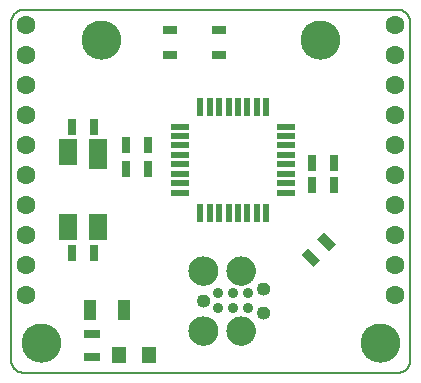
<source format=gts>
G75*
%MOIN*%
%OFA0B0*%
%FSLAX25Y25*%
%IPPOS*%
%LPD*%
%AMOC8*
5,1,8,0,0,1.08239X$1,22.5*
%
%ADD10C,0.00800*%
%ADD11C,0.00000*%
%ADD12C,0.12998*%
%ADD13R,0.03156X0.05518*%
%ADD14R,0.03943X0.06699*%
%ADD15R,0.04534X0.02959*%
%ADD16C,0.03500*%
%ADD17C,0.04300*%
%ADD18C,0.09750*%
%ADD19R,0.05912X0.01975*%
%ADD20R,0.01975X0.05912*%
%ADD21R,0.05912X0.09061*%
%ADD22R,0.05912X0.09849*%
%ADD23C,0.06306*%
%ADD24R,0.04731X0.05321*%
%ADD25R,0.05518X0.03156*%
D10*
X0003750Y0005623D02*
X0003750Y0118377D01*
X0003752Y0118504D01*
X0003758Y0118631D01*
X0003768Y0118757D01*
X0003781Y0118884D01*
X0003799Y0119009D01*
X0003820Y0119135D01*
X0003845Y0119259D01*
X0003875Y0119383D01*
X0003907Y0119505D01*
X0003944Y0119627D01*
X0003984Y0119747D01*
X0004028Y0119866D01*
X0004076Y0119984D01*
X0004127Y0120100D01*
X0004182Y0120215D01*
X0004241Y0120328D01*
X0004302Y0120439D01*
X0004368Y0120547D01*
X0004436Y0120654D01*
X0004508Y0120759D01*
X0004583Y0120862D01*
X0004661Y0120962D01*
X0004742Y0121059D01*
X0004826Y0121155D01*
X0004913Y0121247D01*
X0005003Y0121337D01*
X0005095Y0121424D01*
X0005191Y0121508D01*
X0005288Y0121589D01*
X0005388Y0121667D01*
X0005491Y0121742D01*
X0005596Y0121814D01*
X0005703Y0121882D01*
X0005812Y0121948D01*
X0005922Y0122009D01*
X0006035Y0122068D01*
X0006150Y0122123D01*
X0006266Y0122174D01*
X0006384Y0122222D01*
X0006503Y0122266D01*
X0006623Y0122306D01*
X0006745Y0122343D01*
X0006867Y0122375D01*
X0006991Y0122405D01*
X0007115Y0122430D01*
X0007241Y0122451D01*
X0007366Y0122469D01*
X0007493Y0122482D01*
X0007619Y0122492D01*
X0007746Y0122498D01*
X0007873Y0122500D01*
X0132627Y0122500D01*
X0132754Y0122498D01*
X0132881Y0122492D01*
X0133007Y0122482D01*
X0133134Y0122469D01*
X0133259Y0122451D01*
X0133385Y0122430D01*
X0133509Y0122405D01*
X0133633Y0122375D01*
X0133755Y0122343D01*
X0133877Y0122306D01*
X0133997Y0122266D01*
X0134116Y0122222D01*
X0134234Y0122174D01*
X0134350Y0122123D01*
X0134465Y0122068D01*
X0134578Y0122009D01*
X0134689Y0121948D01*
X0134797Y0121882D01*
X0134904Y0121814D01*
X0135009Y0121742D01*
X0135112Y0121667D01*
X0135212Y0121589D01*
X0135309Y0121508D01*
X0135405Y0121424D01*
X0135497Y0121337D01*
X0135587Y0121247D01*
X0135674Y0121155D01*
X0135758Y0121059D01*
X0135839Y0120962D01*
X0135917Y0120862D01*
X0135992Y0120759D01*
X0136064Y0120654D01*
X0136132Y0120547D01*
X0136198Y0120439D01*
X0136259Y0120328D01*
X0136318Y0120215D01*
X0136373Y0120100D01*
X0136424Y0119984D01*
X0136472Y0119866D01*
X0136516Y0119747D01*
X0136556Y0119627D01*
X0136593Y0119505D01*
X0136625Y0119383D01*
X0136655Y0119259D01*
X0136680Y0119135D01*
X0136701Y0119009D01*
X0136719Y0118884D01*
X0136732Y0118757D01*
X0136742Y0118631D01*
X0136748Y0118504D01*
X0136750Y0118377D01*
X0136750Y0005623D01*
X0136748Y0005496D01*
X0136742Y0005369D01*
X0136732Y0005243D01*
X0136719Y0005116D01*
X0136701Y0004991D01*
X0136680Y0004865D01*
X0136655Y0004741D01*
X0136625Y0004617D01*
X0136593Y0004495D01*
X0136556Y0004373D01*
X0136516Y0004253D01*
X0136472Y0004134D01*
X0136424Y0004016D01*
X0136373Y0003900D01*
X0136318Y0003785D01*
X0136259Y0003672D01*
X0136198Y0003561D01*
X0136132Y0003453D01*
X0136064Y0003346D01*
X0135992Y0003241D01*
X0135917Y0003138D01*
X0135839Y0003038D01*
X0135758Y0002941D01*
X0135674Y0002845D01*
X0135587Y0002753D01*
X0135497Y0002663D01*
X0135405Y0002576D01*
X0135309Y0002492D01*
X0135212Y0002411D01*
X0135112Y0002333D01*
X0135009Y0002258D01*
X0134904Y0002186D01*
X0134797Y0002118D01*
X0134689Y0002052D01*
X0134578Y0001991D01*
X0134465Y0001932D01*
X0134350Y0001877D01*
X0134234Y0001826D01*
X0134116Y0001778D01*
X0133997Y0001734D01*
X0133877Y0001694D01*
X0133755Y0001657D01*
X0133633Y0001625D01*
X0133509Y0001595D01*
X0133385Y0001570D01*
X0133259Y0001549D01*
X0133134Y0001531D01*
X0133007Y0001518D01*
X0132881Y0001508D01*
X0132754Y0001502D01*
X0132627Y0001500D01*
X0007873Y0001500D01*
X0007746Y0001502D01*
X0007619Y0001508D01*
X0007493Y0001518D01*
X0007366Y0001531D01*
X0007241Y0001549D01*
X0007115Y0001570D01*
X0006991Y0001595D01*
X0006867Y0001625D01*
X0006745Y0001657D01*
X0006623Y0001694D01*
X0006503Y0001734D01*
X0006384Y0001778D01*
X0006266Y0001826D01*
X0006150Y0001877D01*
X0006035Y0001932D01*
X0005922Y0001991D01*
X0005811Y0002052D01*
X0005703Y0002118D01*
X0005596Y0002186D01*
X0005491Y0002258D01*
X0005388Y0002333D01*
X0005288Y0002411D01*
X0005191Y0002492D01*
X0005095Y0002576D01*
X0005003Y0002663D01*
X0004913Y0002753D01*
X0004826Y0002845D01*
X0004742Y0002941D01*
X0004661Y0003038D01*
X0004583Y0003138D01*
X0004508Y0003241D01*
X0004436Y0003346D01*
X0004368Y0003453D01*
X0004302Y0003562D01*
X0004241Y0003672D01*
X0004182Y0003785D01*
X0004127Y0003900D01*
X0004076Y0004016D01*
X0004028Y0004134D01*
X0003984Y0004253D01*
X0003944Y0004373D01*
X0003907Y0004495D01*
X0003875Y0004617D01*
X0003845Y0004741D01*
X0003820Y0004865D01*
X0003799Y0004991D01*
X0003781Y0005116D01*
X0003768Y0005243D01*
X0003758Y0005369D01*
X0003752Y0005496D01*
X0003750Y0005623D01*
D11*
X0007451Y0011500D02*
X0007453Y0011658D01*
X0007459Y0011816D01*
X0007469Y0011974D01*
X0007483Y0012132D01*
X0007501Y0012289D01*
X0007522Y0012446D01*
X0007548Y0012602D01*
X0007578Y0012758D01*
X0007611Y0012913D01*
X0007649Y0013066D01*
X0007690Y0013219D01*
X0007735Y0013371D01*
X0007784Y0013522D01*
X0007837Y0013671D01*
X0007893Y0013819D01*
X0007953Y0013965D01*
X0008017Y0014110D01*
X0008085Y0014253D01*
X0008156Y0014395D01*
X0008230Y0014535D01*
X0008308Y0014672D01*
X0008390Y0014808D01*
X0008474Y0014942D01*
X0008563Y0015073D01*
X0008654Y0015202D01*
X0008749Y0015329D01*
X0008846Y0015454D01*
X0008947Y0015576D01*
X0009051Y0015695D01*
X0009158Y0015812D01*
X0009268Y0015926D01*
X0009381Y0016037D01*
X0009496Y0016146D01*
X0009614Y0016251D01*
X0009735Y0016353D01*
X0009858Y0016453D01*
X0009984Y0016549D01*
X0010112Y0016642D01*
X0010242Y0016732D01*
X0010375Y0016818D01*
X0010510Y0016902D01*
X0010646Y0016981D01*
X0010785Y0017058D01*
X0010926Y0017130D01*
X0011068Y0017200D01*
X0011212Y0017265D01*
X0011358Y0017327D01*
X0011505Y0017385D01*
X0011654Y0017440D01*
X0011804Y0017491D01*
X0011955Y0017538D01*
X0012107Y0017581D01*
X0012260Y0017620D01*
X0012415Y0017656D01*
X0012570Y0017687D01*
X0012726Y0017715D01*
X0012882Y0017739D01*
X0013039Y0017759D01*
X0013197Y0017775D01*
X0013354Y0017787D01*
X0013513Y0017795D01*
X0013671Y0017799D01*
X0013829Y0017799D01*
X0013987Y0017795D01*
X0014146Y0017787D01*
X0014303Y0017775D01*
X0014461Y0017759D01*
X0014618Y0017739D01*
X0014774Y0017715D01*
X0014930Y0017687D01*
X0015085Y0017656D01*
X0015240Y0017620D01*
X0015393Y0017581D01*
X0015545Y0017538D01*
X0015696Y0017491D01*
X0015846Y0017440D01*
X0015995Y0017385D01*
X0016142Y0017327D01*
X0016288Y0017265D01*
X0016432Y0017200D01*
X0016574Y0017130D01*
X0016715Y0017058D01*
X0016854Y0016981D01*
X0016990Y0016902D01*
X0017125Y0016818D01*
X0017258Y0016732D01*
X0017388Y0016642D01*
X0017516Y0016549D01*
X0017642Y0016453D01*
X0017765Y0016353D01*
X0017886Y0016251D01*
X0018004Y0016146D01*
X0018119Y0016037D01*
X0018232Y0015926D01*
X0018342Y0015812D01*
X0018449Y0015695D01*
X0018553Y0015576D01*
X0018654Y0015454D01*
X0018751Y0015329D01*
X0018846Y0015202D01*
X0018937Y0015073D01*
X0019026Y0014942D01*
X0019110Y0014808D01*
X0019192Y0014672D01*
X0019270Y0014535D01*
X0019344Y0014395D01*
X0019415Y0014253D01*
X0019483Y0014110D01*
X0019547Y0013965D01*
X0019607Y0013819D01*
X0019663Y0013671D01*
X0019716Y0013522D01*
X0019765Y0013371D01*
X0019810Y0013219D01*
X0019851Y0013066D01*
X0019889Y0012913D01*
X0019922Y0012758D01*
X0019952Y0012602D01*
X0019978Y0012446D01*
X0019999Y0012289D01*
X0020017Y0012132D01*
X0020031Y0011974D01*
X0020041Y0011816D01*
X0020047Y0011658D01*
X0020049Y0011500D01*
X0020047Y0011342D01*
X0020041Y0011184D01*
X0020031Y0011026D01*
X0020017Y0010868D01*
X0019999Y0010711D01*
X0019978Y0010554D01*
X0019952Y0010398D01*
X0019922Y0010242D01*
X0019889Y0010087D01*
X0019851Y0009934D01*
X0019810Y0009781D01*
X0019765Y0009629D01*
X0019716Y0009478D01*
X0019663Y0009329D01*
X0019607Y0009181D01*
X0019547Y0009035D01*
X0019483Y0008890D01*
X0019415Y0008747D01*
X0019344Y0008605D01*
X0019270Y0008465D01*
X0019192Y0008328D01*
X0019110Y0008192D01*
X0019026Y0008058D01*
X0018937Y0007927D01*
X0018846Y0007798D01*
X0018751Y0007671D01*
X0018654Y0007546D01*
X0018553Y0007424D01*
X0018449Y0007305D01*
X0018342Y0007188D01*
X0018232Y0007074D01*
X0018119Y0006963D01*
X0018004Y0006854D01*
X0017886Y0006749D01*
X0017765Y0006647D01*
X0017642Y0006547D01*
X0017516Y0006451D01*
X0017388Y0006358D01*
X0017258Y0006268D01*
X0017125Y0006182D01*
X0016990Y0006098D01*
X0016854Y0006019D01*
X0016715Y0005942D01*
X0016574Y0005870D01*
X0016432Y0005800D01*
X0016288Y0005735D01*
X0016142Y0005673D01*
X0015995Y0005615D01*
X0015846Y0005560D01*
X0015696Y0005509D01*
X0015545Y0005462D01*
X0015393Y0005419D01*
X0015240Y0005380D01*
X0015085Y0005344D01*
X0014930Y0005313D01*
X0014774Y0005285D01*
X0014618Y0005261D01*
X0014461Y0005241D01*
X0014303Y0005225D01*
X0014146Y0005213D01*
X0013987Y0005205D01*
X0013829Y0005201D01*
X0013671Y0005201D01*
X0013513Y0005205D01*
X0013354Y0005213D01*
X0013197Y0005225D01*
X0013039Y0005241D01*
X0012882Y0005261D01*
X0012726Y0005285D01*
X0012570Y0005313D01*
X0012415Y0005344D01*
X0012260Y0005380D01*
X0012107Y0005419D01*
X0011955Y0005462D01*
X0011804Y0005509D01*
X0011654Y0005560D01*
X0011505Y0005615D01*
X0011358Y0005673D01*
X0011212Y0005735D01*
X0011068Y0005800D01*
X0010926Y0005870D01*
X0010785Y0005942D01*
X0010646Y0006019D01*
X0010510Y0006098D01*
X0010375Y0006182D01*
X0010242Y0006268D01*
X0010112Y0006358D01*
X0009984Y0006451D01*
X0009858Y0006547D01*
X0009735Y0006647D01*
X0009614Y0006749D01*
X0009496Y0006854D01*
X0009381Y0006963D01*
X0009268Y0007074D01*
X0009158Y0007188D01*
X0009051Y0007305D01*
X0008947Y0007424D01*
X0008846Y0007546D01*
X0008749Y0007671D01*
X0008654Y0007798D01*
X0008563Y0007927D01*
X0008474Y0008058D01*
X0008390Y0008192D01*
X0008308Y0008328D01*
X0008230Y0008465D01*
X0008156Y0008605D01*
X0008085Y0008747D01*
X0008017Y0008890D01*
X0007953Y0009035D01*
X0007893Y0009181D01*
X0007837Y0009329D01*
X0007784Y0009478D01*
X0007735Y0009629D01*
X0007690Y0009781D01*
X0007649Y0009934D01*
X0007611Y0010087D01*
X0007578Y0010242D01*
X0007548Y0010398D01*
X0007522Y0010554D01*
X0007501Y0010711D01*
X0007483Y0010868D01*
X0007469Y0011026D01*
X0007459Y0011184D01*
X0007453Y0011342D01*
X0007451Y0011500D01*
X0063075Y0015500D02*
X0063077Y0015637D01*
X0063083Y0015773D01*
X0063093Y0015909D01*
X0063107Y0016045D01*
X0063125Y0016181D01*
X0063147Y0016316D01*
X0063172Y0016450D01*
X0063202Y0016583D01*
X0063236Y0016715D01*
X0063273Y0016847D01*
X0063314Y0016977D01*
X0063360Y0017106D01*
X0063408Y0017234D01*
X0063461Y0017360D01*
X0063517Y0017484D01*
X0063577Y0017607D01*
X0063640Y0017728D01*
X0063707Y0017847D01*
X0063777Y0017964D01*
X0063851Y0018080D01*
X0063928Y0018192D01*
X0064008Y0018303D01*
X0064092Y0018411D01*
X0064179Y0018517D01*
X0064268Y0018620D01*
X0064361Y0018720D01*
X0064456Y0018818D01*
X0064555Y0018913D01*
X0064656Y0019005D01*
X0064760Y0019093D01*
X0064866Y0019179D01*
X0064975Y0019262D01*
X0065086Y0019341D01*
X0065199Y0019418D01*
X0065315Y0019491D01*
X0065432Y0019560D01*
X0065552Y0019626D01*
X0065673Y0019688D01*
X0065797Y0019747D01*
X0065922Y0019803D01*
X0066048Y0019854D01*
X0066176Y0019902D01*
X0066305Y0019946D01*
X0066436Y0019987D01*
X0066568Y0020023D01*
X0066700Y0020056D01*
X0066834Y0020084D01*
X0066968Y0020109D01*
X0067103Y0020130D01*
X0067239Y0020147D01*
X0067375Y0020160D01*
X0067511Y0020169D01*
X0067648Y0020174D01*
X0067784Y0020175D01*
X0067921Y0020172D01*
X0068057Y0020165D01*
X0068193Y0020154D01*
X0068329Y0020139D01*
X0068464Y0020120D01*
X0068599Y0020097D01*
X0068733Y0020070D01*
X0068866Y0020040D01*
X0068998Y0020005D01*
X0069130Y0019967D01*
X0069259Y0019925D01*
X0069388Y0019879D01*
X0069515Y0019829D01*
X0069641Y0019775D01*
X0069765Y0019718D01*
X0069888Y0019658D01*
X0070008Y0019593D01*
X0070127Y0019526D01*
X0070243Y0019455D01*
X0070358Y0019380D01*
X0070470Y0019302D01*
X0070580Y0019221D01*
X0070688Y0019137D01*
X0070793Y0019049D01*
X0070895Y0018959D01*
X0070995Y0018866D01*
X0071092Y0018769D01*
X0071186Y0018670D01*
X0071277Y0018569D01*
X0071365Y0018464D01*
X0071450Y0018357D01*
X0071532Y0018248D01*
X0071611Y0018136D01*
X0071686Y0018022D01*
X0071758Y0017906D01*
X0071827Y0017788D01*
X0071892Y0017668D01*
X0071954Y0017546D01*
X0072012Y0017422D01*
X0072066Y0017297D01*
X0072117Y0017170D01*
X0072163Y0017042D01*
X0072207Y0016912D01*
X0072246Y0016781D01*
X0072282Y0016649D01*
X0072313Y0016516D01*
X0072341Y0016383D01*
X0072365Y0016248D01*
X0072385Y0016113D01*
X0072401Y0015977D01*
X0072413Y0015841D01*
X0072421Y0015705D01*
X0072425Y0015568D01*
X0072425Y0015432D01*
X0072421Y0015295D01*
X0072413Y0015159D01*
X0072401Y0015023D01*
X0072385Y0014887D01*
X0072365Y0014752D01*
X0072341Y0014617D01*
X0072313Y0014484D01*
X0072282Y0014351D01*
X0072246Y0014219D01*
X0072207Y0014088D01*
X0072163Y0013958D01*
X0072117Y0013830D01*
X0072066Y0013703D01*
X0072012Y0013578D01*
X0071954Y0013454D01*
X0071892Y0013332D01*
X0071827Y0013212D01*
X0071758Y0013094D01*
X0071686Y0012978D01*
X0071611Y0012864D01*
X0071532Y0012752D01*
X0071450Y0012643D01*
X0071365Y0012536D01*
X0071277Y0012431D01*
X0071186Y0012330D01*
X0071092Y0012231D01*
X0070995Y0012134D01*
X0070895Y0012041D01*
X0070793Y0011951D01*
X0070688Y0011863D01*
X0070580Y0011779D01*
X0070470Y0011698D01*
X0070358Y0011620D01*
X0070243Y0011545D01*
X0070127Y0011474D01*
X0070008Y0011407D01*
X0069888Y0011342D01*
X0069765Y0011282D01*
X0069641Y0011225D01*
X0069515Y0011171D01*
X0069388Y0011121D01*
X0069259Y0011075D01*
X0069130Y0011033D01*
X0068998Y0010995D01*
X0068866Y0010960D01*
X0068733Y0010930D01*
X0068599Y0010903D01*
X0068464Y0010880D01*
X0068329Y0010861D01*
X0068193Y0010846D01*
X0068057Y0010835D01*
X0067921Y0010828D01*
X0067784Y0010825D01*
X0067648Y0010826D01*
X0067511Y0010831D01*
X0067375Y0010840D01*
X0067239Y0010853D01*
X0067103Y0010870D01*
X0066968Y0010891D01*
X0066834Y0010916D01*
X0066700Y0010944D01*
X0066568Y0010977D01*
X0066436Y0011013D01*
X0066305Y0011054D01*
X0066176Y0011098D01*
X0066048Y0011146D01*
X0065922Y0011197D01*
X0065797Y0011253D01*
X0065673Y0011312D01*
X0065552Y0011374D01*
X0065432Y0011440D01*
X0065315Y0011509D01*
X0065199Y0011582D01*
X0065086Y0011659D01*
X0064975Y0011738D01*
X0064866Y0011821D01*
X0064760Y0011907D01*
X0064656Y0011995D01*
X0064555Y0012087D01*
X0064456Y0012182D01*
X0064361Y0012280D01*
X0064268Y0012380D01*
X0064179Y0012483D01*
X0064092Y0012589D01*
X0064008Y0012697D01*
X0063928Y0012808D01*
X0063851Y0012920D01*
X0063777Y0013036D01*
X0063707Y0013153D01*
X0063640Y0013272D01*
X0063577Y0013393D01*
X0063517Y0013516D01*
X0063461Y0013640D01*
X0063408Y0013766D01*
X0063360Y0013894D01*
X0063314Y0014023D01*
X0063273Y0014153D01*
X0063236Y0014285D01*
X0063202Y0014417D01*
X0063172Y0014550D01*
X0063147Y0014684D01*
X0063125Y0014819D01*
X0063107Y0014955D01*
X0063093Y0015091D01*
X0063083Y0015227D01*
X0063077Y0015363D01*
X0063075Y0015500D01*
X0065800Y0025500D02*
X0065802Y0025588D01*
X0065808Y0025676D01*
X0065818Y0025764D01*
X0065832Y0025851D01*
X0065850Y0025937D01*
X0065871Y0026022D01*
X0065897Y0026107D01*
X0065926Y0026190D01*
X0065959Y0026272D01*
X0065996Y0026352D01*
X0066036Y0026430D01*
X0066080Y0026507D01*
X0066127Y0026581D01*
X0066178Y0026653D01*
X0066231Y0026723D01*
X0066288Y0026791D01*
X0066348Y0026855D01*
X0066411Y0026917D01*
X0066476Y0026976D01*
X0066544Y0027032D01*
X0066615Y0027085D01*
X0066687Y0027135D01*
X0066762Y0027181D01*
X0066839Y0027224D01*
X0066918Y0027264D01*
X0066999Y0027299D01*
X0067081Y0027332D01*
X0067164Y0027360D01*
X0067249Y0027385D01*
X0067335Y0027405D01*
X0067421Y0027422D01*
X0067508Y0027435D01*
X0067596Y0027444D01*
X0067684Y0027449D01*
X0067772Y0027450D01*
X0067860Y0027447D01*
X0067948Y0027440D01*
X0068035Y0027429D01*
X0068122Y0027414D01*
X0068208Y0027395D01*
X0068294Y0027373D01*
X0068378Y0027346D01*
X0068460Y0027316D01*
X0068542Y0027282D01*
X0068622Y0027244D01*
X0068699Y0027203D01*
X0068775Y0027159D01*
X0068849Y0027111D01*
X0068921Y0027059D01*
X0068990Y0027005D01*
X0069057Y0026947D01*
X0069121Y0026887D01*
X0069182Y0026823D01*
X0069241Y0026757D01*
X0069296Y0026689D01*
X0069348Y0026617D01*
X0069397Y0026544D01*
X0069442Y0026469D01*
X0069484Y0026391D01*
X0069523Y0026312D01*
X0069558Y0026231D01*
X0069589Y0026148D01*
X0069616Y0026065D01*
X0069640Y0025980D01*
X0069660Y0025894D01*
X0069676Y0025807D01*
X0069688Y0025720D01*
X0069696Y0025632D01*
X0069700Y0025544D01*
X0069700Y0025456D01*
X0069696Y0025368D01*
X0069688Y0025280D01*
X0069676Y0025193D01*
X0069660Y0025106D01*
X0069640Y0025020D01*
X0069616Y0024935D01*
X0069589Y0024852D01*
X0069558Y0024769D01*
X0069523Y0024688D01*
X0069484Y0024609D01*
X0069442Y0024531D01*
X0069397Y0024456D01*
X0069348Y0024383D01*
X0069296Y0024311D01*
X0069241Y0024243D01*
X0069182Y0024177D01*
X0069121Y0024113D01*
X0069057Y0024053D01*
X0068990Y0023995D01*
X0068921Y0023941D01*
X0068849Y0023889D01*
X0068775Y0023841D01*
X0068699Y0023797D01*
X0068622Y0023756D01*
X0068542Y0023718D01*
X0068460Y0023684D01*
X0068378Y0023654D01*
X0068294Y0023627D01*
X0068208Y0023605D01*
X0068122Y0023586D01*
X0068035Y0023571D01*
X0067948Y0023560D01*
X0067860Y0023553D01*
X0067772Y0023550D01*
X0067684Y0023551D01*
X0067596Y0023556D01*
X0067508Y0023565D01*
X0067421Y0023578D01*
X0067335Y0023595D01*
X0067249Y0023615D01*
X0067164Y0023640D01*
X0067081Y0023668D01*
X0066999Y0023701D01*
X0066918Y0023736D01*
X0066839Y0023776D01*
X0066762Y0023819D01*
X0066687Y0023865D01*
X0066615Y0023915D01*
X0066544Y0023968D01*
X0066476Y0024024D01*
X0066411Y0024083D01*
X0066348Y0024145D01*
X0066288Y0024209D01*
X0066231Y0024277D01*
X0066178Y0024347D01*
X0066127Y0024419D01*
X0066080Y0024493D01*
X0066036Y0024570D01*
X0065996Y0024648D01*
X0065959Y0024728D01*
X0065926Y0024810D01*
X0065897Y0024893D01*
X0065871Y0024978D01*
X0065850Y0025063D01*
X0065832Y0025149D01*
X0065818Y0025236D01*
X0065808Y0025324D01*
X0065802Y0025412D01*
X0065800Y0025500D01*
X0063075Y0035500D02*
X0063077Y0035637D01*
X0063083Y0035773D01*
X0063093Y0035909D01*
X0063107Y0036045D01*
X0063125Y0036181D01*
X0063147Y0036316D01*
X0063172Y0036450D01*
X0063202Y0036583D01*
X0063236Y0036715D01*
X0063273Y0036847D01*
X0063314Y0036977D01*
X0063360Y0037106D01*
X0063408Y0037234D01*
X0063461Y0037360D01*
X0063517Y0037484D01*
X0063577Y0037607D01*
X0063640Y0037728D01*
X0063707Y0037847D01*
X0063777Y0037964D01*
X0063851Y0038080D01*
X0063928Y0038192D01*
X0064008Y0038303D01*
X0064092Y0038411D01*
X0064179Y0038517D01*
X0064268Y0038620D01*
X0064361Y0038720D01*
X0064456Y0038818D01*
X0064555Y0038913D01*
X0064656Y0039005D01*
X0064760Y0039093D01*
X0064866Y0039179D01*
X0064975Y0039262D01*
X0065086Y0039341D01*
X0065199Y0039418D01*
X0065315Y0039491D01*
X0065432Y0039560D01*
X0065552Y0039626D01*
X0065673Y0039688D01*
X0065797Y0039747D01*
X0065922Y0039803D01*
X0066048Y0039854D01*
X0066176Y0039902D01*
X0066305Y0039946D01*
X0066436Y0039987D01*
X0066568Y0040023D01*
X0066700Y0040056D01*
X0066834Y0040084D01*
X0066968Y0040109D01*
X0067103Y0040130D01*
X0067239Y0040147D01*
X0067375Y0040160D01*
X0067511Y0040169D01*
X0067648Y0040174D01*
X0067784Y0040175D01*
X0067921Y0040172D01*
X0068057Y0040165D01*
X0068193Y0040154D01*
X0068329Y0040139D01*
X0068464Y0040120D01*
X0068599Y0040097D01*
X0068733Y0040070D01*
X0068866Y0040040D01*
X0068998Y0040005D01*
X0069130Y0039967D01*
X0069259Y0039925D01*
X0069388Y0039879D01*
X0069515Y0039829D01*
X0069641Y0039775D01*
X0069765Y0039718D01*
X0069888Y0039658D01*
X0070008Y0039593D01*
X0070127Y0039526D01*
X0070243Y0039455D01*
X0070358Y0039380D01*
X0070470Y0039302D01*
X0070580Y0039221D01*
X0070688Y0039137D01*
X0070793Y0039049D01*
X0070895Y0038959D01*
X0070995Y0038866D01*
X0071092Y0038769D01*
X0071186Y0038670D01*
X0071277Y0038569D01*
X0071365Y0038464D01*
X0071450Y0038357D01*
X0071532Y0038248D01*
X0071611Y0038136D01*
X0071686Y0038022D01*
X0071758Y0037906D01*
X0071827Y0037788D01*
X0071892Y0037668D01*
X0071954Y0037546D01*
X0072012Y0037422D01*
X0072066Y0037297D01*
X0072117Y0037170D01*
X0072163Y0037042D01*
X0072207Y0036912D01*
X0072246Y0036781D01*
X0072282Y0036649D01*
X0072313Y0036516D01*
X0072341Y0036383D01*
X0072365Y0036248D01*
X0072385Y0036113D01*
X0072401Y0035977D01*
X0072413Y0035841D01*
X0072421Y0035705D01*
X0072425Y0035568D01*
X0072425Y0035432D01*
X0072421Y0035295D01*
X0072413Y0035159D01*
X0072401Y0035023D01*
X0072385Y0034887D01*
X0072365Y0034752D01*
X0072341Y0034617D01*
X0072313Y0034484D01*
X0072282Y0034351D01*
X0072246Y0034219D01*
X0072207Y0034088D01*
X0072163Y0033958D01*
X0072117Y0033830D01*
X0072066Y0033703D01*
X0072012Y0033578D01*
X0071954Y0033454D01*
X0071892Y0033332D01*
X0071827Y0033212D01*
X0071758Y0033094D01*
X0071686Y0032978D01*
X0071611Y0032864D01*
X0071532Y0032752D01*
X0071450Y0032643D01*
X0071365Y0032536D01*
X0071277Y0032431D01*
X0071186Y0032330D01*
X0071092Y0032231D01*
X0070995Y0032134D01*
X0070895Y0032041D01*
X0070793Y0031951D01*
X0070688Y0031863D01*
X0070580Y0031779D01*
X0070470Y0031698D01*
X0070358Y0031620D01*
X0070243Y0031545D01*
X0070127Y0031474D01*
X0070008Y0031407D01*
X0069888Y0031342D01*
X0069765Y0031282D01*
X0069641Y0031225D01*
X0069515Y0031171D01*
X0069388Y0031121D01*
X0069259Y0031075D01*
X0069130Y0031033D01*
X0068998Y0030995D01*
X0068866Y0030960D01*
X0068733Y0030930D01*
X0068599Y0030903D01*
X0068464Y0030880D01*
X0068329Y0030861D01*
X0068193Y0030846D01*
X0068057Y0030835D01*
X0067921Y0030828D01*
X0067784Y0030825D01*
X0067648Y0030826D01*
X0067511Y0030831D01*
X0067375Y0030840D01*
X0067239Y0030853D01*
X0067103Y0030870D01*
X0066968Y0030891D01*
X0066834Y0030916D01*
X0066700Y0030944D01*
X0066568Y0030977D01*
X0066436Y0031013D01*
X0066305Y0031054D01*
X0066176Y0031098D01*
X0066048Y0031146D01*
X0065922Y0031197D01*
X0065797Y0031253D01*
X0065673Y0031312D01*
X0065552Y0031374D01*
X0065432Y0031440D01*
X0065315Y0031509D01*
X0065199Y0031582D01*
X0065086Y0031659D01*
X0064975Y0031738D01*
X0064866Y0031821D01*
X0064760Y0031907D01*
X0064656Y0031995D01*
X0064555Y0032087D01*
X0064456Y0032182D01*
X0064361Y0032280D01*
X0064268Y0032380D01*
X0064179Y0032483D01*
X0064092Y0032589D01*
X0064008Y0032697D01*
X0063928Y0032808D01*
X0063851Y0032920D01*
X0063777Y0033036D01*
X0063707Y0033153D01*
X0063640Y0033272D01*
X0063577Y0033393D01*
X0063517Y0033516D01*
X0063461Y0033640D01*
X0063408Y0033766D01*
X0063360Y0033894D01*
X0063314Y0034023D01*
X0063273Y0034153D01*
X0063236Y0034285D01*
X0063202Y0034417D01*
X0063172Y0034550D01*
X0063147Y0034684D01*
X0063125Y0034819D01*
X0063107Y0034955D01*
X0063093Y0035091D01*
X0063083Y0035227D01*
X0063077Y0035363D01*
X0063075Y0035500D01*
X0075575Y0035500D02*
X0075577Y0035637D01*
X0075583Y0035773D01*
X0075593Y0035909D01*
X0075607Y0036045D01*
X0075625Y0036181D01*
X0075647Y0036316D01*
X0075672Y0036450D01*
X0075702Y0036583D01*
X0075736Y0036715D01*
X0075773Y0036847D01*
X0075814Y0036977D01*
X0075860Y0037106D01*
X0075908Y0037234D01*
X0075961Y0037360D01*
X0076017Y0037484D01*
X0076077Y0037607D01*
X0076140Y0037728D01*
X0076207Y0037847D01*
X0076277Y0037964D01*
X0076351Y0038080D01*
X0076428Y0038192D01*
X0076508Y0038303D01*
X0076592Y0038411D01*
X0076679Y0038517D01*
X0076768Y0038620D01*
X0076861Y0038720D01*
X0076956Y0038818D01*
X0077055Y0038913D01*
X0077156Y0039005D01*
X0077260Y0039093D01*
X0077366Y0039179D01*
X0077475Y0039262D01*
X0077586Y0039341D01*
X0077699Y0039418D01*
X0077815Y0039491D01*
X0077932Y0039560D01*
X0078052Y0039626D01*
X0078173Y0039688D01*
X0078297Y0039747D01*
X0078422Y0039803D01*
X0078548Y0039854D01*
X0078676Y0039902D01*
X0078805Y0039946D01*
X0078936Y0039987D01*
X0079068Y0040023D01*
X0079200Y0040056D01*
X0079334Y0040084D01*
X0079468Y0040109D01*
X0079603Y0040130D01*
X0079739Y0040147D01*
X0079875Y0040160D01*
X0080011Y0040169D01*
X0080148Y0040174D01*
X0080284Y0040175D01*
X0080421Y0040172D01*
X0080557Y0040165D01*
X0080693Y0040154D01*
X0080829Y0040139D01*
X0080964Y0040120D01*
X0081099Y0040097D01*
X0081233Y0040070D01*
X0081366Y0040040D01*
X0081498Y0040005D01*
X0081630Y0039967D01*
X0081759Y0039925D01*
X0081888Y0039879D01*
X0082015Y0039829D01*
X0082141Y0039775D01*
X0082265Y0039718D01*
X0082388Y0039658D01*
X0082508Y0039593D01*
X0082627Y0039526D01*
X0082743Y0039455D01*
X0082858Y0039380D01*
X0082970Y0039302D01*
X0083080Y0039221D01*
X0083188Y0039137D01*
X0083293Y0039049D01*
X0083395Y0038959D01*
X0083495Y0038866D01*
X0083592Y0038769D01*
X0083686Y0038670D01*
X0083777Y0038569D01*
X0083865Y0038464D01*
X0083950Y0038357D01*
X0084032Y0038248D01*
X0084111Y0038136D01*
X0084186Y0038022D01*
X0084258Y0037906D01*
X0084327Y0037788D01*
X0084392Y0037668D01*
X0084454Y0037546D01*
X0084512Y0037422D01*
X0084566Y0037297D01*
X0084617Y0037170D01*
X0084663Y0037042D01*
X0084707Y0036912D01*
X0084746Y0036781D01*
X0084782Y0036649D01*
X0084813Y0036516D01*
X0084841Y0036383D01*
X0084865Y0036248D01*
X0084885Y0036113D01*
X0084901Y0035977D01*
X0084913Y0035841D01*
X0084921Y0035705D01*
X0084925Y0035568D01*
X0084925Y0035432D01*
X0084921Y0035295D01*
X0084913Y0035159D01*
X0084901Y0035023D01*
X0084885Y0034887D01*
X0084865Y0034752D01*
X0084841Y0034617D01*
X0084813Y0034484D01*
X0084782Y0034351D01*
X0084746Y0034219D01*
X0084707Y0034088D01*
X0084663Y0033958D01*
X0084617Y0033830D01*
X0084566Y0033703D01*
X0084512Y0033578D01*
X0084454Y0033454D01*
X0084392Y0033332D01*
X0084327Y0033212D01*
X0084258Y0033094D01*
X0084186Y0032978D01*
X0084111Y0032864D01*
X0084032Y0032752D01*
X0083950Y0032643D01*
X0083865Y0032536D01*
X0083777Y0032431D01*
X0083686Y0032330D01*
X0083592Y0032231D01*
X0083495Y0032134D01*
X0083395Y0032041D01*
X0083293Y0031951D01*
X0083188Y0031863D01*
X0083080Y0031779D01*
X0082970Y0031698D01*
X0082858Y0031620D01*
X0082743Y0031545D01*
X0082627Y0031474D01*
X0082508Y0031407D01*
X0082388Y0031342D01*
X0082265Y0031282D01*
X0082141Y0031225D01*
X0082015Y0031171D01*
X0081888Y0031121D01*
X0081759Y0031075D01*
X0081630Y0031033D01*
X0081498Y0030995D01*
X0081366Y0030960D01*
X0081233Y0030930D01*
X0081099Y0030903D01*
X0080964Y0030880D01*
X0080829Y0030861D01*
X0080693Y0030846D01*
X0080557Y0030835D01*
X0080421Y0030828D01*
X0080284Y0030825D01*
X0080148Y0030826D01*
X0080011Y0030831D01*
X0079875Y0030840D01*
X0079739Y0030853D01*
X0079603Y0030870D01*
X0079468Y0030891D01*
X0079334Y0030916D01*
X0079200Y0030944D01*
X0079068Y0030977D01*
X0078936Y0031013D01*
X0078805Y0031054D01*
X0078676Y0031098D01*
X0078548Y0031146D01*
X0078422Y0031197D01*
X0078297Y0031253D01*
X0078173Y0031312D01*
X0078052Y0031374D01*
X0077932Y0031440D01*
X0077815Y0031509D01*
X0077699Y0031582D01*
X0077586Y0031659D01*
X0077475Y0031738D01*
X0077366Y0031821D01*
X0077260Y0031907D01*
X0077156Y0031995D01*
X0077055Y0032087D01*
X0076956Y0032182D01*
X0076861Y0032280D01*
X0076768Y0032380D01*
X0076679Y0032483D01*
X0076592Y0032589D01*
X0076508Y0032697D01*
X0076428Y0032808D01*
X0076351Y0032920D01*
X0076277Y0033036D01*
X0076207Y0033153D01*
X0076140Y0033272D01*
X0076077Y0033393D01*
X0076017Y0033516D01*
X0075961Y0033640D01*
X0075908Y0033766D01*
X0075860Y0033894D01*
X0075814Y0034023D01*
X0075773Y0034153D01*
X0075736Y0034285D01*
X0075702Y0034417D01*
X0075672Y0034550D01*
X0075647Y0034684D01*
X0075625Y0034819D01*
X0075607Y0034955D01*
X0075593Y0035091D01*
X0075583Y0035227D01*
X0075577Y0035363D01*
X0075575Y0035500D01*
X0085800Y0029500D02*
X0085802Y0029588D01*
X0085808Y0029676D01*
X0085818Y0029764D01*
X0085832Y0029851D01*
X0085850Y0029937D01*
X0085871Y0030022D01*
X0085897Y0030107D01*
X0085926Y0030190D01*
X0085959Y0030272D01*
X0085996Y0030352D01*
X0086036Y0030430D01*
X0086080Y0030507D01*
X0086127Y0030581D01*
X0086178Y0030653D01*
X0086231Y0030723D01*
X0086288Y0030791D01*
X0086348Y0030855D01*
X0086411Y0030917D01*
X0086476Y0030976D01*
X0086544Y0031032D01*
X0086615Y0031085D01*
X0086687Y0031135D01*
X0086762Y0031181D01*
X0086839Y0031224D01*
X0086918Y0031264D01*
X0086999Y0031299D01*
X0087081Y0031332D01*
X0087164Y0031360D01*
X0087249Y0031385D01*
X0087335Y0031405D01*
X0087421Y0031422D01*
X0087508Y0031435D01*
X0087596Y0031444D01*
X0087684Y0031449D01*
X0087772Y0031450D01*
X0087860Y0031447D01*
X0087948Y0031440D01*
X0088035Y0031429D01*
X0088122Y0031414D01*
X0088208Y0031395D01*
X0088294Y0031373D01*
X0088378Y0031346D01*
X0088460Y0031316D01*
X0088542Y0031282D01*
X0088622Y0031244D01*
X0088699Y0031203D01*
X0088775Y0031159D01*
X0088849Y0031111D01*
X0088921Y0031059D01*
X0088990Y0031005D01*
X0089057Y0030947D01*
X0089121Y0030887D01*
X0089182Y0030823D01*
X0089241Y0030757D01*
X0089296Y0030689D01*
X0089348Y0030617D01*
X0089397Y0030544D01*
X0089442Y0030469D01*
X0089484Y0030391D01*
X0089523Y0030312D01*
X0089558Y0030231D01*
X0089589Y0030148D01*
X0089616Y0030065D01*
X0089640Y0029980D01*
X0089660Y0029894D01*
X0089676Y0029807D01*
X0089688Y0029720D01*
X0089696Y0029632D01*
X0089700Y0029544D01*
X0089700Y0029456D01*
X0089696Y0029368D01*
X0089688Y0029280D01*
X0089676Y0029193D01*
X0089660Y0029106D01*
X0089640Y0029020D01*
X0089616Y0028935D01*
X0089589Y0028852D01*
X0089558Y0028769D01*
X0089523Y0028688D01*
X0089484Y0028609D01*
X0089442Y0028531D01*
X0089397Y0028456D01*
X0089348Y0028383D01*
X0089296Y0028311D01*
X0089241Y0028243D01*
X0089182Y0028177D01*
X0089121Y0028113D01*
X0089057Y0028053D01*
X0088990Y0027995D01*
X0088921Y0027941D01*
X0088849Y0027889D01*
X0088775Y0027841D01*
X0088699Y0027797D01*
X0088622Y0027756D01*
X0088542Y0027718D01*
X0088460Y0027684D01*
X0088378Y0027654D01*
X0088294Y0027627D01*
X0088208Y0027605D01*
X0088122Y0027586D01*
X0088035Y0027571D01*
X0087948Y0027560D01*
X0087860Y0027553D01*
X0087772Y0027550D01*
X0087684Y0027551D01*
X0087596Y0027556D01*
X0087508Y0027565D01*
X0087421Y0027578D01*
X0087335Y0027595D01*
X0087249Y0027615D01*
X0087164Y0027640D01*
X0087081Y0027668D01*
X0086999Y0027701D01*
X0086918Y0027736D01*
X0086839Y0027776D01*
X0086762Y0027819D01*
X0086687Y0027865D01*
X0086615Y0027915D01*
X0086544Y0027968D01*
X0086476Y0028024D01*
X0086411Y0028083D01*
X0086348Y0028145D01*
X0086288Y0028209D01*
X0086231Y0028277D01*
X0086178Y0028347D01*
X0086127Y0028419D01*
X0086080Y0028493D01*
X0086036Y0028570D01*
X0085996Y0028648D01*
X0085959Y0028728D01*
X0085926Y0028810D01*
X0085897Y0028893D01*
X0085871Y0028978D01*
X0085850Y0029063D01*
X0085832Y0029149D01*
X0085818Y0029236D01*
X0085808Y0029324D01*
X0085802Y0029412D01*
X0085800Y0029500D01*
X0085800Y0021500D02*
X0085802Y0021588D01*
X0085808Y0021676D01*
X0085818Y0021764D01*
X0085832Y0021851D01*
X0085850Y0021937D01*
X0085871Y0022022D01*
X0085897Y0022107D01*
X0085926Y0022190D01*
X0085959Y0022272D01*
X0085996Y0022352D01*
X0086036Y0022430D01*
X0086080Y0022507D01*
X0086127Y0022581D01*
X0086178Y0022653D01*
X0086231Y0022723D01*
X0086288Y0022791D01*
X0086348Y0022855D01*
X0086411Y0022917D01*
X0086476Y0022976D01*
X0086544Y0023032D01*
X0086615Y0023085D01*
X0086687Y0023135D01*
X0086762Y0023181D01*
X0086839Y0023224D01*
X0086918Y0023264D01*
X0086999Y0023299D01*
X0087081Y0023332D01*
X0087164Y0023360D01*
X0087249Y0023385D01*
X0087335Y0023405D01*
X0087421Y0023422D01*
X0087508Y0023435D01*
X0087596Y0023444D01*
X0087684Y0023449D01*
X0087772Y0023450D01*
X0087860Y0023447D01*
X0087948Y0023440D01*
X0088035Y0023429D01*
X0088122Y0023414D01*
X0088208Y0023395D01*
X0088294Y0023373D01*
X0088378Y0023346D01*
X0088460Y0023316D01*
X0088542Y0023282D01*
X0088622Y0023244D01*
X0088699Y0023203D01*
X0088775Y0023159D01*
X0088849Y0023111D01*
X0088921Y0023059D01*
X0088990Y0023005D01*
X0089057Y0022947D01*
X0089121Y0022887D01*
X0089182Y0022823D01*
X0089241Y0022757D01*
X0089296Y0022689D01*
X0089348Y0022617D01*
X0089397Y0022544D01*
X0089442Y0022469D01*
X0089484Y0022391D01*
X0089523Y0022312D01*
X0089558Y0022231D01*
X0089589Y0022148D01*
X0089616Y0022065D01*
X0089640Y0021980D01*
X0089660Y0021894D01*
X0089676Y0021807D01*
X0089688Y0021720D01*
X0089696Y0021632D01*
X0089700Y0021544D01*
X0089700Y0021456D01*
X0089696Y0021368D01*
X0089688Y0021280D01*
X0089676Y0021193D01*
X0089660Y0021106D01*
X0089640Y0021020D01*
X0089616Y0020935D01*
X0089589Y0020852D01*
X0089558Y0020769D01*
X0089523Y0020688D01*
X0089484Y0020609D01*
X0089442Y0020531D01*
X0089397Y0020456D01*
X0089348Y0020383D01*
X0089296Y0020311D01*
X0089241Y0020243D01*
X0089182Y0020177D01*
X0089121Y0020113D01*
X0089057Y0020053D01*
X0088990Y0019995D01*
X0088921Y0019941D01*
X0088849Y0019889D01*
X0088775Y0019841D01*
X0088699Y0019797D01*
X0088622Y0019756D01*
X0088542Y0019718D01*
X0088460Y0019684D01*
X0088378Y0019654D01*
X0088294Y0019627D01*
X0088208Y0019605D01*
X0088122Y0019586D01*
X0088035Y0019571D01*
X0087948Y0019560D01*
X0087860Y0019553D01*
X0087772Y0019550D01*
X0087684Y0019551D01*
X0087596Y0019556D01*
X0087508Y0019565D01*
X0087421Y0019578D01*
X0087335Y0019595D01*
X0087249Y0019615D01*
X0087164Y0019640D01*
X0087081Y0019668D01*
X0086999Y0019701D01*
X0086918Y0019736D01*
X0086839Y0019776D01*
X0086762Y0019819D01*
X0086687Y0019865D01*
X0086615Y0019915D01*
X0086544Y0019968D01*
X0086476Y0020024D01*
X0086411Y0020083D01*
X0086348Y0020145D01*
X0086288Y0020209D01*
X0086231Y0020277D01*
X0086178Y0020347D01*
X0086127Y0020419D01*
X0086080Y0020493D01*
X0086036Y0020570D01*
X0085996Y0020648D01*
X0085959Y0020728D01*
X0085926Y0020810D01*
X0085897Y0020893D01*
X0085871Y0020978D01*
X0085850Y0021063D01*
X0085832Y0021149D01*
X0085818Y0021236D01*
X0085808Y0021324D01*
X0085802Y0021412D01*
X0085800Y0021500D01*
X0075575Y0015500D02*
X0075577Y0015637D01*
X0075583Y0015773D01*
X0075593Y0015909D01*
X0075607Y0016045D01*
X0075625Y0016181D01*
X0075647Y0016316D01*
X0075672Y0016450D01*
X0075702Y0016583D01*
X0075736Y0016715D01*
X0075773Y0016847D01*
X0075814Y0016977D01*
X0075860Y0017106D01*
X0075908Y0017234D01*
X0075961Y0017360D01*
X0076017Y0017484D01*
X0076077Y0017607D01*
X0076140Y0017728D01*
X0076207Y0017847D01*
X0076277Y0017964D01*
X0076351Y0018080D01*
X0076428Y0018192D01*
X0076508Y0018303D01*
X0076592Y0018411D01*
X0076679Y0018517D01*
X0076768Y0018620D01*
X0076861Y0018720D01*
X0076956Y0018818D01*
X0077055Y0018913D01*
X0077156Y0019005D01*
X0077260Y0019093D01*
X0077366Y0019179D01*
X0077475Y0019262D01*
X0077586Y0019341D01*
X0077699Y0019418D01*
X0077815Y0019491D01*
X0077932Y0019560D01*
X0078052Y0019626D01*
X0078173Y0019688D01*
X0078297Y0019747D01*
X0078422Y0019803D01*
X0078548Y0019854D01*
X0078676Y0019902D01*
X0078805Y0019946D01*
X0078936Y0019987D01*
X0079068Y0020023D01*
X0079200Y0020056D01*
X0079334Y0020084D01*
X0079468Y0020109D01*
X0079603Y0020130D01*
X0079739Y0020147D01*
X0079875Y0020160D01*
X0080011Y0020169D01*
X0080148Y0020174D01*
X0080284Y0020175D01*
X0080421Y0020172D01*
X0080557Y0020165D01*
X0080693Y0020154D01*
X0080829Y0020139D01*
X0080964Y0020120D01*
X0081099Y0020097D01*
X0081233Y0020070D01*
X0081366Y0020040D01*
X0081498Y0020005D01*
X0081630Y0019967D01*
X0081759Y0019925D01*
X0081888Y0019879D01*
X0082015Y0019829D01*
X0082141Y0019775D01*
X0082265Y0019718D01*
X0082388Y0019658D01*
X0082508Y0019593D01*
X0082627Y0019526D01*
X0082743Y0019455D01*
X0082858Y0019380D01*
X0082970Y0019302D01*
X0083080Y0019221D01*
X0083188Y0019137D01*
X0083293Y0019049D01*
X0083395Y0018959D01*
X0083495Y0018866D01*
X0083592Y0018769D01*
X0083686Y0018670D01*
X0083777Y0018569D01*
X0083865Y0018464D01*
X0083950Y0018357D01*
X0084032Y0018248D01*
X0084111Y0018136D01*
X0084186Y0018022D01*
X0084258Y0017906D01*
X0084327Y0017788D01*
X0084392Y0017668D01*
X0084454Y0017546D01*
X0084512Y0017422D01*
X0084566Y0017297D01*
X0084617Y0017170D01*
X0084663Y0017042D01*
X0084707Y0016912D01*
X0084746Y0016781D01*
X0084782Y0016649D01*
X0084813Y0016516D01*
X0084841Y0016383D01*
X0084865Y0016248D01*
X0084885Y0016113D01*
X0084901Y0015977D01*
X0084913Y0015841D01*
X0084921Y0015705D01*
X0084925Y0015568D01*
X0084925Y0015432D01*
X0084921Y0015295D01*
X0084913Y0015159D01*
X0084901Y0015023D01*
X0084885Y0014887D01*
X0084865Y0014752D01*
X0084841Y0014617D01*
X0084813Y0014484D01*
X0084782Y0014351D01*
X0084746Y0014219D01*
X0084707Y0014088D01*
X0084663Y0013958D01*
X0084617Y0013830D01*
X0084566Y0013703D01*
X0084512Y0013578D01*
X0084454Y0013454D01*
X0084392Y0013332D01*
X0084327Y0013212D01*
X0084258Y0013094D01*
X0084186Y0012978D01*
X0084111Y0012864D01*
X0084032Y0012752D01*
X0083950Y0012643D01*
X0083865Y0012536D01*
X0083777Y0012431D01*
X0083686Y0012330D01*
X0083592Y0012231D01*
X0083495Y0012134D01*
X0083395Y0012041D01*
X0083293Y0011951D01*
X0083188Y0011863D01*
X0083080Y0011779D01*
X0082970Y0011698D01*
X0082858Y0011620D01*
X0082743Y0011545D01*
X0082627Y0011474D01*
X0082508Y0011407D01*
X0082388Y0011342D01*
X0082265Y0011282D01*
X0082141Y0011225D01*
X0082015Y0011171D01*
X0081888Y0011121D01*
X0081759Y0011075D01*
X0081630Y0011033D01*
X0081498Y0010995D01*
X0081366Y0010960D01*
X0081233Y0010930D01*
X0081099Y0010903D01*
X0080964Y0010880D01*
X0080829Y0010861D01*
X0080693Y0010846D01*
X0080557Y0010835D01*
X0080421Y0010828D01*
X0080284Y0010825D01*
X0080148Y0010826D01*
X0080011Y0010831D01*
X0079875Y0010840D01*
X0079739Y0010853D01*
X0079603Y0010870D01*
X0079468Y0010891D01*
X0079334Y0010916D01*
X0079200Y0010944D01*
X0079068Y0010977D01*
X0078936Y0011013D01*
X0078805Y0011054D01*
X0078676Y0011098D01*
X0078548Y0011146D01*
X0078422Y0011197D01*
X0078297Y0011253D01*
X0078173Y0011312D01*
X0078052Y0011374D01*
X0077932Y0011440D01*
X0077815Y0011509D01*
X0077699Y0011582D01*
X0077586Y0011659D01*
X0077475Y0011738D01*
X0077366Y0011821D01*
X0077260Y0011907D01*
X0077156Y0011995D01*
X0077055Y0012087D01*
X0076956Y0012182D01*
X0076861Y0012280D01*
X0076768Y0012380D01*
X0076679Y0012483D01*
X0076592Y0012589D01*
X0076508Y0012697D01*
X0076428Y0012808D01*
X0076351Y0012920D01*
X0076277Y0013036D01*
X0076207Y0013153D01*
X0076140Y0013272D01*
X0076077Y0013393D01*
X0076017Y0013516D01*
X0075961Y0013640D01*
X0075908Y0013766D01*
X0075860Y0013894D01*
X0075814Y0014023D01*
X0075773Y0014153D01*
X0075736Y0014285D01*
X0075702Y0014417D01*
X0075672Y0014550D01*
X0075647Y0014684D01*
X0075625Y0014819D01*
X0075607Y0014955D01*
X0075593Y0015091D01*
X0075583Y0015227D01*
X0075577Y0015363D01*
X0075575Y0015500D01*
X0120451Y0011500D02*
X0120453Y0011658D01*
X0120459Y0011816D01*
X0120469Y0011974D01*
X0120483Y0012132D01*
X0120501Y0012289D01*
X0120522Y0012446D01*
X0120548Y0012602D01*
X0120578Y0012758D01*
X0120611Y0012913D01*
X0120649Y0013066D01*
X0120690Y0013219D01*
X0120735Y0013371D01*
X0120784Y0013522D01*
X0120837Y0013671D01*
X0120893Y0013819D01*
X0120953Y0013965D01*
X0121017Y0014110D01*
X0121085Y0014253D01*
X0121156Y0014395D01*
X0121230Y0014535D01*
X0121308Y0014672D01*
X0121390Y0014808D01*
X0121474Y0014942D01*
X0121563Y0015073D01*
X0121654Y0015202D01*
X0121749Y0015329D01*
X0121846Y0015454D01*
X0121947Y0015576D01*
X0122051Y0015695D01*
X0122158Y0015812D01*
X0122268Y0015926D01*
X0122381Y0016037D01*
X0122496Y0016146D01*
X0122614Y0016251D01*
X0122735Y0016353D01*
X0122858Y0016453D01*
X0122984Y0016549D01*
X0123112Y0016642D01*
X0123242Y0016732D01*
X0123375Y0016818D01*
X0123510Y0016902D01*
X0123646Y0016981D01*
X0123785Y0017058D01*
X0123926Y0017130D01*
X0124068Y0017200D01*
X0124212Y0017265D01*
X0124358Y0017327D01*
X0124505Y0017385D01*
X0124654Y0017440D01*
X0124804Y0017491D01*
X0124955Y0017538D01*
X0125107Y0017581D01*
X0125260Y0017620D01*
X0125415Y0017656D01*
X0125570Y0017687D01*
X0125726Y0017715D01*
X0125882Y0017739D01*
X0126039Y0017759D01*
X0126197Y0017775D01*
X0126354Y0017787D01*
X0126513Y0017795D01*
X0126671Y0017799D01*
X0126829Y0017799D01*
X0126987Y0017795D01*
X0127146Y0017787D01*
X0127303Y0017775D01*
X0127461Y0017759D01*
X0127618Y0017739D01*
X0127774Y0017715D01*
X0127930Y0017687D01*
X0128085Y0017656D01*
X0128240Y0017620D01*
X0128393Y0017581D01*
X0128545Y0017538D01*
X0128696Y0017491D01*
X0128846Y0017440D01*
X0128995Y0017385D01*
X0129142Y0017327D01*
X0129288Y0017265D01*
X0129432Y0017200D01*
X0129574Y0017130D01*
X0129715Y0017058D01*
X0129854Y0016981D01*
X0129990Y0016902D01*
X0130125Y0016818D01*
X0130258Y0016732D01*
X0130388Y0016642D01*
X0130516Y0016549D01*
X0130642Y0016453D01*
X0130765Y0016353D01*
X0130886Y0016251D01*
X0131004Y0016146D01*
X0131119Y0016037D01*
X0131232Y0015926D01*
X0131342Y0015812D01*
X0131449Y0015695D01*
X0131553Y0015576D01*
X0131654Y0015454D01*
X0131751Y0015329D01*
X0131846Y0015202D01*
X0131937Y0015073D01*
X0132026Y0014942D01*
X0132110Y0014808D01*
X0132192Y0014672D01*
X0132270Y0014535D01*
X0132344Y0014395D01*
X0132415Y0014253D01*
X0132483Y0014110D01*
X0132547Y0013965D01*
X0132607Y0013819D01*
X0132663Y0013671D01*
X0132716Y0013522D01*
X0132765Y0013371D01*
X0132810Y0013219D01*
X0132851Y0013066D01*
X0132889Y0012913D01*
X0132922Y0012758D01*
X0132952Y0012602D01*
X0132978Y0012446D01*
X0132999Y0012289D01*
X0133017Y0012132D01*
X0133031Y0011974D01*
X0133041Y0011816D01*
X0133047Y0011658D01*
X0133049Y0011500D01*
X0133047Y0011342D01*
X0133041Y0011184D01*
X0133031Y0011026D01*
X0133017Y0010868D01*
X0132999Y0010711D01*
X0132978Y0010554D01*
X0132952Y0010398D01*
X0132922Y0010242D01*
X0132889Y0010087D01*
X0132851Y0009934D01*
X0132810Y0009781D01*
X0132765Y0009629D01*
X0132716Y0009478D01*
X0132663Y0009329D01*
X0132607Y0009181D01*
X0132547Y0009035D01*
X0132483Y0008890D01*
X0132415Y0008747D01*
X0132344Y0008605D01*
X0132270Y0008465D01*
X0132192Y0008328D01*
X0132110Y0008192D01*
X0132026Y0008058D01*
X0131937Y0007927D01*
X0131846Y0007798D01*
X0131751Y0007671D01*
X0131654Y0007546D01*
X0131553Y0007424D01*
X0131449Y0007305D01*
X0131342Y0007188D01*
X0131232Y0007074D01*
X0131119Y0006963D01*
X0131004Y0006854D01*
X0130886Y0006749D01*
X0130765Y0006647D01*
X0130642Y0006547D01*
X0130516Y0006451D01*
X0130388Y0006358D01*
X0130258Y0006268D01*
X0130125Y0006182D01*
X0129990Y0006098D01*
X0129854Y0006019D01*
X0129715Y0005942D01*
X0129574Y0005870D01*
X0129432Y0005800D01*
X0129288Y0005735D01*
X0129142Y0005673D01*
X0128995Y0005615D01*
X0128846Y0005560D01*
X0128696Y0005509D01*
X0128545Y0005462D01*
X0128393Y0005419D01*
X0128240Y0005380D01*
X0128085Y0005344D01*
X0127930Y0005313D01*
X0127774Y0005285D01*
X0127618Y0005261D01*
X0127461Y0005241D01*
X0127303Y0005225D01*
X0127146Y0005213D01*
X0126987Y0005205D01*
X0126829Y0005201D01*
X0126671Y0005201D01*
X0126513Y0005205D01*
X0126354Y0005213D01*
X0126197Y0005225D01*
X0126039Y0005241D01*
X0125882Y0005261D01*
X0125726Y0005285D01*
X0125570Y0005313D01*
X0125415Y0005344D01*
X0125260Y0005380D01*
X0125107Y0005419D01*
X0124955Y0005462D01*
X0124804Y0005509D01*
X0124654Y0005560D01*
X0124505Y0005615D01*
X0124358Y0005673D01*
X0124212Y0005735D01*
X0124068Y0005800D01*
X0123926Y0005870D01*
X0123785Y0005942D01*
X0123646Y0006019D01*
X0123510Y0006098D01*
X0123375Y0006182D01*
X0123242Y0006268D01*
X0123112Y0006358D01*
X0122984Y0006451D01*
X0122858Y0006547D01*
X0122735Y0006647D01*
X0122614Y0006749D01*
X0122496Y0006854D01*
X0122381Y0006963D01*
X0122268Y0007074D01*
X0122158Y0007188D01*
X0122051Y0007305D01*
X0121947Y0007424D01*
X0121846Y0007546D01*
X0121749Y0007671D01*
X0121654Y0007798D01*
X0121563Y0007927D01*
X0121474Y0008058D01*
X0121390Y0008192D01*
X0121308Y0008328D01*
X0121230Y0008465D01*
X0121156Y0008605D01*
X0121085Y0008747D01*
X0121017Y0008890D01*
X0120953Y0009035D01*
X0120893Y0009181D01*
X0120837Y0009329D01*
X0120784Y0009478D01*
X0120735Y0009629D01*
X0120690Y0009781D01*
X0120649Y0009934D01*
X0120611Y0010087D01*
X0120578Y0010242D01*
X0120548Y0010398D01*
X0120522Y0010554D01*
X0120501Y0010711D01*
X0120483Y0010868D01*
X0120469Y0011026D01*
X0120459Y0011184D01*
X0120453Y0011342D01*
X0120451Y0011500D01*
X0100451Y0112500D02*
X0100453Y0112658D01*
X0100459Y0112816D01*
X0100469Y0112974D01*
X0100483Y0113132D01*
X0100501Y0113289D01*
X0100522Y0113446D01*
X0100548Y0113602D01*
X0100578Y0113758D01*
X0100611Y0113913D01*
X0100649Y0114066D01*
X0100690Y0114219D01*
X0100735Y0114371D01*
X0100784Y0114522D01*
X0100837Y0114671D01*
X0100893Y0114819D01*
X0100953Y0114965D01*
X0101017Y0115110D01*
X0101085Y0115253D01*
X0101156Y0115395D01*
X0101230Y0115535D01*
X0101308Y0115672D01*
X0101390Y0115808D01*
X0101474Y0115942D01*
X0101563Y0116073D01*
X0101654Y0116202D01*
X0101749Y0116329D01*
X0101846Y0116454D01*
X0101947Y0116576D01*
X0102051Y0116695D01*
X0102158Y0116812D01*
X0102268Y0116926D01*
X0102381Y0117037D01*
X0102496Y0117146D01*
X0102614Y0117251D01*
X0102735Y0117353D01*
X0102858Y0117453D01*
X0102984Y0117549D01*
X0103112Y0117642D01*
X0103242Y0117732D01*
X0103375Y0117818D01*
X0103510Y0117902D01*
X0103646Y0117981D01*
X0103785Y0118058D01*
X0103926Y0118130D01*
X0104068Y0118200D01*
X0104212Y0118265D01*
X0104358Y0118327D01*
X0104505Y0118385D01*
X0104654Y0118440D01*
X0104804Y0118491D01*
X0104955Y0118538D01*
X0105107Y0118581D01*
X0105260Y0118620D01*
X0105415Y0118656D01*
X0105570Y0118687D01*
X0105726Y0118715D01*
X0105882Y0118739D01*
X0106039Y0118759D01*
X0106197Y0118775D01*
X0106354Y0118787D01*
X0106513Y0118795D01*
X0106671Y0118799D01*
X0106829Y0118799D01*
X0106987Y0118795D01*
X0107146Y0118787D01*
X0107303Y0118775D01*
X0107461Y0118759D01*
X0107618Y0118739D01*
X0107774Y0118715D01*
X0107930Y0118687D01*
X0108085Y0118656D01*
X0108240Y0118620D01*
X0108393Y0118581D01*
X0108545Y0118538D01*
X0108696Y0118491D01*
X0108846Y0118440D01*
X0108995Y0118385D01*
X0109142Y0118327D01*
X0109288Y0118265D01*
X0109432Y0118200D01*
X0109574Y0118130D01*
X0109715Y0118058D01*
X0109854Y0117981D01*
X0109990Y0117902D01*
X0110125Y0117818D01*
X0110258Y0117732D01*
X0110388Y0117642D01*
X0110516Y0117549D01*
X0110642Y0117453D01*
X0110765Y0117353D01*
X0110886Y0117251D01*
X0111004Y0117146D01*
X0111119Y0117037D01*
X0111232Y0116926D01*
X0111342Y0116812D01*
X0111449Y0116695D01*
X0111553Y0116576D01*
X0111654Y0116454D01*
X0111751Y0116329D01*
X0111846Y0116202D01*
X0111937Y0116073D01*
X0112026Y0115942D01*
X0112110Y0115808D01*
X0112192Y0115672D01*
X0112270Y0115535D01*
X0112344Y0115395D01*
X0112415Y0115253D01*
X0112483Y0115110D01*
X0112547Y0114965D01*
X0112607Y0114819D01*
X0112663Y0114671D01*
X0112716Y0114522D01*
X0112765Y0114371D01*
X0112810Y0114219D01*
X0112851Y0114066D01*
X0112889Y0113913D01*
X0112922Y0113758D01*
X0112952Y0113602D01*
X0112978Y0113446D01*
X0112999Y0113289D01*
X0113017Y0113132D01*
X0113031Y0112974D01*
X0113041Y0112816D01*
X0113047Y0112658D01*
X0113049Y0112500D01*
X0113047Y0112342D01*
X0113041Y0112184D01*
X0113031Y0112026D01*
X0113017Y0111868D01*
X0112999Y0111711D01*
X0112978Y0111554D01*
X0112952Y0111398D01*
X0112922Y0111242D01*
X0112889Y0111087D01*
X0112851Y0110934D01*
X0112810Y0110781D01*
X0112765Y0110629D01*
X0112716Y0110478D01*
X0112663Y0110329D01*
X0112607Y0110181D01*
X0112547Y0110035D01*
X0112483Y0109890D01*
X0112415Y0109747D01*
X0112344Y0109605D01*
X0112270Y0109465D01*
X0112192Y0109328D01*
X0112110Y0109192D01*
X0112026Y0109058D01*
X0111937Y0108927D01*
X0111846Y0108798D01*
X0111751Y0108671D01*
X0111654Y0108546D01*
X0111553Y0108424D01*
X0111449Y0108305D01*
X0111342Y0108188D01*
X0111232Y0108074D01*
X0111119Y0107963D01*
X0111004Y0107854D01*
X0110886Y0107749D01*
X0110765Y0107647D01*
X0110642Y0107547D01*
X0110516Y0107451D01*
X0110388Y0107358D01*
X0110258Y0107268D01*
X0110125Y0107182D01*
X0109990Y0107098D01*
X0109854Y0107019D01*
X0109715Y0106942D01*
X0109574Y0106870D01*
X0109432Y0106800D01*
X0109288Y0106735D01*
X0109142Y0106673D01*
X0108995Y0106615D01*
X0108846Y0106560D01*
X0108696Y0106509D01*
X0108545Y0106462D01*
X0108393Y0106419D01*
X0108240Y0106380D01*
X0108085Y0106344D01*
X0107930Y0106313D01*
X0107774Y0106285D01*
X0107618Y0106261D01*
X0107461Y0106241D01*
X0107303Y0106225D01*
X0107146Y0106213D01*
X0106987Y0106205D01*
X0106829Y0106201D01*
X0106671Y0106201D01*
X0106513Y0106205D01*
X0106354Y0106213D01*
X0106197Y0106225D01*
X0106039Y0106241D01*
X0105882Y0106261D01*
X0105726Y0106285D01*
X0105570Y0106313D01*
X0105415Y0106344D01*
X0105260Y0106380D01*
X0105107Y0106419D01*
X0104955Y0106462D01*
X0104804Y0106509D01*
X0104654Y0106560D01*
X0104505Y0106615D01*
X0104358Y0106673D01*
X0104212Y0106735D01*
X0104068Y0106800D01*
X0103926Y0106870D01*
X0103785Y0106942D01*
X0103646Y0107019D01*
X0103510Y0107098D01*
X0103375Y0107182D01*
X0103242Y0107268D01*
X0103112Y0107358D01*
X0102984Y0107451D01*
X0102858Y0107547D01*
X0102735Y0107647D01*
X0102614Y0107749D01*
X0102496Y0107854D01*
X0102381Y0107963D01*
X0102268Y0108074D01*
X0102158Y0108188D01*
X0102051Y0108305D01*
X0101947Y0108424D01*
X0101846Y0108546D01*
X0101749Y0108671D01*
X0101654Y0108798D01*
X0101563Y0108927D01*
X0101474Y0109058D01*
X0101390Y0109192D01*
X0101308Y0109328D01*
X0101230Y0109465D01*
X0101156Y0109605D01*
X0101085Y0109747D01*
X0101017Y0109890D01*
X0100953Y0110035D01*
X0100893Y0110181D01*
X0100837Y0110329D01*
X0100784Y0110478D01*
X0100735Y0110629D01*
X0100690Y0110781D01*
X0100649Y0110934D01*
X0100611Y0111087D01*
X0100578Y0111242D01*
X0100548Y0111398D01*
X0100522Y0111554D01*
X0100501Y0111711D01*
X0100483Y0111868D01*
X0100469Y0112026D01*
X0100459Y0112184D01*
X0100453Y0112342D01*
X0100451Y0112500D01*
X0027451Y0112500D02*
X0027453Y0112658D01*
X0027459Y0112816D01*
X0027469Y0112974D01*
X0027483Y0113132D01*
X0027501Y0113289D01*
X0027522Y0113446D01*
X0027548Y0113602D01*
X0027578Y0113758D01*
X0027611Y0113913D01*
X0027649Y0114066D01*
X0027690Y0114219D01*
X0027735Y0114371D01*
X0027784Y0114522D01*
X0027837Y0114671D01*
X0027893Y0114819D01*
X0027953Y0114965D01*
X0028017Y0115110D01*
X0028085Y0115253D01*
X0028156Y0115395D01*
X0028230Y0115535D01*
X0028308Y0115672D01*
X0028390Y0115808D01*
X0028474Y0115942D01*
X0028563Y0116073D01*
X0028654Y0116202D01*
X0028749Y0116329D01*
X0028846Y0116454D01*
X0028947Y0116576D01*
X0029051Y0116695D01*
X0029158Y0116812D01*
X0029268Y0116926D01*
X0029381Y0117037D01*
X0029496Y0117146D01*
X0029614Y0117251D01*
X0029735Y0117353D01*
X0029858Y0117453D01*
X0029984Y0117549D01*
X0030112Y0117642D01*
X0030242Y0117732D01*
X0030375Y0117818D01*
X0030510Y0117902D01*
X0030646Y0117981D01*
X0030785Y0118058D01*
X0030926Y0118130D01*
X0031068Y0118200D01*
X0031212Y0118265D01*
X0031358Y0118327D01*
X0031505Y0118385D01*
X0031654Y0118440D01*
X0031804Y0118491D01*
X0031955Y0118538D01*
X0032107Y0118581D01*
X0032260Y0118620D01*
X0032415Y0118656D01*
X0032570Y0118687D01*
X0032726Y0118715D01*
X0032882Y0118739D01*
X0033039Y0118759D01*
X0033197Y0118775D01*
X0033354Y0118787D01*
X0033513Y0118795D01*
X0033671Y0118799D01*
X0033829Y0118799D01*
X0033987Y0118795D01*
X0034146Y0118787D01*
X0034303Y0118775D01*
X0034461Y0118759D01*
X0034618Y0118739D01*
X0034774Y0118715D01*
X0034930Y0118687D01*
X0035085Y0118656D01*
X0035240Y0118620D01*
X0035393Y0118581D01*
X0035545Y0118538D01*
X0035696Y0118491D01*
X0035846Y0118440D01*
X0035995Y0118385D01*
X0036142Y0118327D01*
X0036288Y0118265D01*
X0036432Y0118200D01*
X0036574Y0118130D01*
X0036715Y0118058D01*
X0036854Y0117981D01*
X0036990Y0117902D01*
X0037125Y0117818D01*
X0037258Y0117732D01*
X0037388Y0117642D01*
X0037516Y0117549D01*
X0037642Y0117453D01*
X0037765Y0117353D01*
X0037886Y0117251D01*
X0038004Y0117146D01*
X0038119Y0117037D01*
X0038232Y0116926D01*
X0038342Y0116812D01*
X0038449Y0116695D01*
X0038553Y0116576D01*
X0038654Y0116454D01*
X0038751Y0116329D01*
X0038846Y0116202D01*
X0038937Y0116073D01*
X0039026Y0115942D01*
X0039110Y0115808D01*
X0039192Y0115672D01*
X0039270Y0115535D01*
X0039344Y0115395D01*
X0039415Y0115253D01*
X0039483Y0115110D01*
X0039547Y0114965D01*
X0039607Y0114819D01*
X0039663Y0114671D01*
X0039716Y0114522D01*
X0039765Y0114371D01*
X0039810Y0114219D01*
X0039851Y0114066D01*
X0039889Y0113913D01*
X0039922Y0113758D01*
X0039952Y0113602D01*
X0039978Y0113446D01*
X0039999Y0113289D01*
X0040017Y0113132D01*
X0040031Y0112974D01*
X0040041Y0112816D01*
X0040047Y0112658D01*
X0040049Y0112500D01*
X0040047Y0112342D01*
X0040041Y0112184D01*
X0040031Y0112026D01*
X0040017Y0111868D01*
X0039999Y0111711D01*
X0039978Y0111554D01*
X0039952Y0111398D01*
X0039922Y0111242D01*
X0039889Y0111087D01*
X0039851Y0110934D01*
X0039810Y0110781D01*
X0039765Y0110629D01*
X0039716Y0110478D01*
X0039663Y0110329D01*
X0039607Y0110181D01*
X0039547Y0110035D01*
X0039483Y0109890D01*
X0039415Y0109747D01*
X0039344Y0109605D01*
X0039270Y0109465D01*
X0039192Y0109328D01*
X0039110Y0109192D01*
X0039026Y0109058D01*
X0038937Y0108927D01*
X0038846Y0108798D01*
X0038751Y0108671D01*
X0038654Y0108546D01*
X0038553Y0108424D01*
X0038449Y0108305D01*
X0038342Y0108188D01*
X0038232Y0108074D01*
X0038119Y0107963D01*
X0038004Y0107854D01*
X0037886Y0107749D01*
X0037765Y0107647D01*
X0037642Y0107547D01*
X0037516Y0107451D01*
X0037388Y0107358D01*
X0037258Y0107268D01*
X0037125Y0107182D01*
X0036990Y0107098D01*
X0036854Y0107019D01*
X0036715Y0106942D01*
X0036574Y0106870D01*
X0036432Y0106800D01*
X0036288Y0106735D01*
X0036142Y0106673D01*
X0035995Y0106615D01*
X0035846Y0106560D01*
X0035696Y0106509D01*
X0035545Y0106462D01*
X0035393Y0106419D01*
X0035240Y0106380D01*
X0035085Y0106344D01*
X0034930Y0106313D01*
X0034774Y0106285D01*
X0034618Y0106261D01*
X0034461Y0106241D01*
X0034303Y0106225D01*
X0034146Y0106213D01*
X0033987Y0106205D01*
X0033829Y0106201D01*
X0033671Y0106201D01*
X0033513Y0106205D01*
X0033354Y0106213D01*
X0033197Y0106225D01*
X0033039Y0106241D01*
X0032882Y0106261D01*
X0032726Y0106285D01*
X0032570Y0106313D01*
X0032415Y0106344D01*
X0032260Y0106380D01*
X0032107Y0106419D01*
X0031955Y0106462D01*
X0031804Y0106509D01*
X0031654Y0106560D01*
X0031505Y0106615D01*
X0031358Y0106673D01*
X0031212Y0106735D01*
X0031068Y0106800D01*
X0030926Y0106870D01*
X0030785Y0106942D01*
X0030646Y0107019D01*
X0030510Y0107098D01*
X0030375Y0107182D01*
X0030242Y0107268D01*
X0030112Y0107358D01*
X0029984Y0107451D01*
X0029858Y0107547D01*
X0029735Y0107647D01*
X0029614Y0107749D01*
X0029496Y0107854D01*
X0029381Y0107963D01*
X0029268Y0108074D01*
X0029158Y0108188D01*
X0029051Y0108305D01*
X0028947Y0108424D01*
X0028846Y0108546D01*
X0028749Y0108671D01*
X0028654Y0108798D01*
X0028563Y0108927D01*
X0028474Y0109058D01*
X0028390Y0109192D01*
X0028308Y0109328D01*
X0028230Y0109465D01*
X0028156Y0109605D01*
X0028085Y0109747D01*
X0028017Y0109890D01*
X0027953Y0110035D01*
X0027893Y0110181D01*
X0027837Y0110329D01*
X0027784Y0110478D01*
X0027735Y0110629D01*
X0027690Y0110781D01*
X0027649Y0110934D01*
X0027611Y0111087D01*
X0027578Y0111242D01*
X0027548Y0111398D01*
X0027522Y0111554D01*
X0027501Y0111711D01*
X0027483Y0111868D01*
X0027469Y0112026D01*
X0027459Y0112184D01*
X0027453Y0112342D01*
X0027451Y0112500D01*
D12*
X0033750Y0112500D03*
X0106750Y0112500D03*
X0126750Y0011500D03*
X0013750Y0011500D03*
D13*
X0024010Y0041500D03*
X0031490Y0041500D03*
X0042010Y0069500D03*
X0049490Y0069500D03*
X0049490Y0077500D03*
X0042010Y0077500D03*
X0031490Y0083500D03*
X0024010Y0083500D03*
G36*
X0106671Y0039020D02*
X0104440Y0036789D01*
X0100539Y0040690D01*
X0102770Y0042921D01*
X0106671Y0039020D01*
G37*
G36*
X0111961Y0044310D02*
X0109730Y0042079D01*
X0105829Y0045980D01*
X0108060Y0048211D01*
X0111961Y0044310D01*
G37*
X0111490Y0064000D03*
X0104010Y0064000D03*
X0104010Y0071500D03*
X0111490Y0071500D03*
D14*
X0041459Y0022500D03*
X0030041Y0022500D03*
D15*
X0056581Y0107268D03*
X0056581Y0115732D03*
X0072919Y0115732D03*
X0072919Y0107268D03*
D16*
X0072750Y0028000D03*
X0072750Y0023000D03*
X0077750Y0023000D03*
X0082750Y0023000D03*
X0082750Y0028000D03*
X0077750Y0028000D03*
D17*
X0087750Y0029500D03*
X0087750Y0021500D03*
X0067750Y0025500D03*
D18*
X0067750Y0015500D03*
X0080250Y0015500D03*
X0080250Y0035500D03*
X0067750Y0035500D03*
D19*
X0060033Y0061476D03*
X0060033Y0064626D03*
X0060033Y0067776D03*
X0060033Y0070925D03*
X0060033Y0074075D03*
X0060033Y0077224D03*
X0060033Y0080374D03*
X0060033Y0083524D03*
X0095467Y0083524D03*
X0095467Y0080374D03*
X0095467Y0077224D03*
X0095467Y0074075D03*
X0095467Y0070925D03*
X0095467Y0067776D03*
X0095467Y0064626D03*
X0095467Y0061476D03*
D20*
X0088774Y0054783D03*
X0085624Y0054783D03*
X0082474Y0054783D03*
X0079325Y0054783D03*
X0076175Y0054783D03*
X0073026Y0054783D03*
X0069876Y0054783D03*
X0066726Y0054783D03*
X0066726Y0090217D03*
X0069876Y0090217D03*
X0073026Y0090217D03*
X0076175Y0090217D03*
X0079325Y0090217D03*
X0082474Y0090217D03*
X0085624Y0090217D03*
X0088774Y0090217D03*
D21*
X0032750Y0050098D03*
X0022750Y0050098D03*
X0022750Y0074902D03*
D22*
X0032750Y0074508D03*
D23*
X0008750Y0077500D03*
X0008750Y0067500D03*
X0008750Y0057500D03*
X0008750Y0047500D03*
X0008750Y0037500D03*
X0008750Y0027500D03*
X0008750Y0087500D03*
X0008750Y0097500D03*
X0008750Y0107500D03*
X0008750Y0117500D03*
X0131750Y0117500D03*
X0131750Y0107500D03*
X0131750Y0097500D03*
X0131750Y0087500D03*
X0131750Y0077500D03*
X0131750Y0067500D03*
X0131750Y0057500D03*
X0131750Y0047500D03*
X0131750Y0037500D03*
X0131750Y0027500D03*
D24*
X0049671Y0007500D03*
X0039829Y0007500D03*
D25*
X0030750Y0006760D03*
X0030750Y0014240D03*
M02*

</source>
